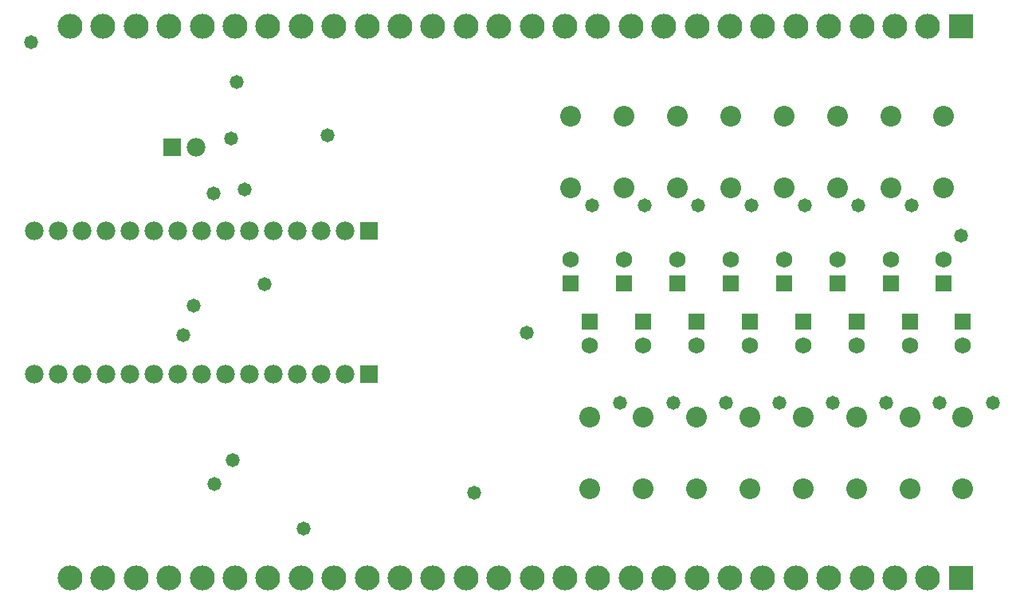
<source format=gbs>
%FSLAX25Y25*%
%MOIN*%
G70*
G01*
G75*
G04 Layer_Color=16711935*
%ADD10R,0.05709X0.06102*%
%ADD11R,0.03740X0.02756*%
%ADD12R,0.03740X0.09055*%
%ADD13R,0.26772X0.28740*%
%ADD14O,0.08858X0.02362*%
%ADD15O,0.02362X0.09055*%
%ADD16O,0.09055X0.02362*%
%ADD17R,0.03543X0.03740*%
%ADD18R,0.02756X0.03740*%
%ADD19R,0.03150X0.03937*%
%ADD20R,0.03740X0.03543*%
%ADD21R,0.03937X0.03150*%
%ADD22C,0.02500*%
%ADD23C,0.01000*%
%ADD24R,0.09600X0.09600*%
%ADD25C,0.09600*%
%ADD26C,0.07000*%
%ADD27R,0.07000X0.07000*%
%ADD28C,0.06000*%
%ADD29R,0.06000X0.06000*%
%ADD30C,0.07874*%
%ADD31C,0.05000*%
%ADD32C,0.04000*%
%ADD33C,0.09100*%
G04:AMPARAMS|DCode=34|XSize=111mil|YSize=111mil|CornerRadius=0mil|HoleSize=0mil|Usage=FLASHONLY|Rotation=0.000|XOffset=0mil|YOffset=0mil|HoleType=Round|Shape=Relief|Width=10mil|Gap=10mil|Entries=4|*
%AMTHD34*
7,0,0,0.11100,0.09100,0.01000,45*
%
%ADD34THD34*%
%ADD35C,0.08000*%
%ADD36C,0.07937*%
%ADD37C,0.06800*%
G04:AMPARAMS|DCode=38|XSize=99.37mil|YSize=99.37mil|CornerRadius=0mil|HoleSize=0mil|Usage=FLASHONLY|Rotation=0.000|XOffset=0mil|YOffset=0mil|HoleType=Round|Shape=Relief|Width=10mil|Gap=10mil|Entries=4|*
%AMTHD38*
7,0,0,0.09937,0.07937,0.01000,45*
%
%ADD38THD38*%
%ADD39C,0.10000*%
%ADD40C,0.00984*%
%ADD41C,0.02362*%
%ADD42C,0.00787*%
%ADD43C,0.00500*%
%ADD44R,0.06509X0.06902*%
%ADD45R,0.04540X0.03556*%
%ADD46R,0.04540X0.09855*%
%ADD47R,0.27572X0.29540*%
%ADD48O,0.09658X0.03162*%
%ADD49O,0.03162X0.09855*%
%ADD50O,0.09855X0.03162*%
%ADD51R,0.04343X0.04540*%
%ADD52R,0.03556X0.04540*%
%ADD53R,0.03950X0.04737*%
%ADD54R,0.04540X0.04343*%
%ADD55R,0.04737X0.03950*%
%ADD56R,0.10400X0.10400*%
%ADD57C,0.10400*%
%ADD58C,0.07800*%
%ADD59R,0.07800X0.07800*%
%ADD60R,0.06800X0.06800*%
%ADD61C,0.08674*%
%ADD62C,0.05800*%
D37*
X-22300Y-10000D02*
D03*
X-8000Y26000D02*
D03*
X-30300D02*
D03*
X-156100Y-10000D02*
D03*
X-133800D02*
D03*
X-111500D02*
D03*
X-89200D02*
D03*
X-66900D02*
D03*
X-44600D02*
D03*
X0D02*
D03*
X-164100Y26000D02*
D03*
X-141800D02*
D03*
X-119500D02*
D03*
X-97200D02*
D03*
X-74900D02*
D03*
X-52600D02*
D03*
D56*
X-900Y-107500D02*
D03*
Y123500D02*
D03*
D57*
X-14700Y-107500D02*
D03*
X-28500D02*
D03*
X-42300D02*
D03*
X-56100D02*
D03*
X-69900D02*
D03*
X-83700D02*
D03*
X-97500D02*
D03*
X-111300D02*
D03*
X-125100D02*
D03*
X-138900D02*
D03*
X-152700D02*
D03*
X-166500D02*
D03*
X-180300D02*
D03*
X-194100D02*
D03*
X-207900D02*
D03*
X-221700D02*
D03*
X-235500D02*
D03*
X-249300D02*
D03*
X-263100D02*
D03*
X-276900D02*
D03*
X-290700D02*
D03*
X-304500D02*
D03*
X-318300D02*
D03*
X-332100D02*
D03*
X-345900D02*
D03*
X-359700D02*
D03*
X-373500D02*
D03*
X-14700Y123500D02*
D03*
X-28500D02*
D03*
X-42300D02*
D03*
X-56100D02*
D03*
X-69900D02*
D03*
X-83700D02*
D03*
X-97500D02*
D03*
X-111300D02*
D03*
X-125100D02*
D03*
X-138900D02*
D03*
X-152700D02*
D03*
X-166500D02*
D03*
X-180300D02*
D03*
X-194100D02*
D03*
X-207900D02*
D03*
X-221700D02*
D03*
X-235500D02*
D03*
X-249300D02*
D03*
X-263100D02*
D03*
X-276900D02*
D03*
X-290700D02*
D03*
X-304500D02*
D03*
X-318300D02*
D03*
X-332100D02*
D03*
X-345900D02*
D03*
X-359700D02*
D03*
X-373500D02*
D03*
D58*
X-320800Y73000D02*
D03*
X-388450Y38050D02*
D03*
X-378450D02*
D03*
X-368450D02*
D03*
X-358450D02*
D03*
X-348450D02*
D03*
X-338450D02*
D03*
X-328450D02*
D03*
X-298450D02*
D03*
X-308450D02*
D03*
X-318450D02*
D03*
X-258450D02*
D03*
X-268450D02*
D03*
X-278450D02*
D03*
X-288450D02*
D03*
X-388450Y-21950D02*
D03*
X-378450D02*
D03*
X-368450D02*
D03*
X-358450D02*
D03*
X-348450D02*
D03*
X-338450D02*
D03*
X-328450D02*
D03*
X-298450D02*
D03*
X-308450D02*
D03*
X-318450D02*
D03*
X-258450D02*
D03*
X-268450D02*
D03*
X-278450D02*
D03*
X-288450D02*
D03*
D59*
X-330800Y73000D02*
D03*
X-248450Y38050D02*
D03*
Y-21950D02*
D03*
D60*
X-22300Y0D02*
D03*
X-8000Y16000D02*
D03*
X-30300D02*
D03*
X-156100Y0D02*
D03*
X-133800D02*
D03*
X-111500D02*
D03*
X-89200D02*
D03*
X-66900D02*
D03*
X-44600D02*
D03*
X0D02*
D03*
X-164100Y16000D02*
D03*
X-141800D02*
D03*
X-119500D02*
D03*
X-97200D02*
D03*
X-74900D02*
D03*
X-52600D02*
D03*
D61*
X-22300Y-40000D02*
D03*
Y-70000D02*
D03*
X-8000Y56000D02*
D03*
Y86000D02*
D03*
X-30300Y56000D02*
D03*
Y86000D02*
D03*
X-156100Y-40000D02*
D03*
Y-70000D02*
D03*
X-133800Y-40000D02*
D03*
Y-70000D02*
D03*
X-111500Y-40000D02*
D03*
Y-70000D02*
D03*
X-89200Y-40000D02*
D03*
Y-70000D02*
D03*
X-66900Y-40000D02*
D03*
Y-70000D02*
D03*
X-44600Y-40000D02*
D03*
Y-70000D02*
D03*
X0Y-40000D02*
D03*
Y-70000D02*
D03*
X-164100Y56000D02*
D03*
Y86000D02*
D03*
X-141800Y56000D02*
D03*
Y86000D02*
D03*
X-119500Y56000D02*
D03*
Y86000D02*
D03*
X-97200Y56000D02*
D03*
Y86000D02*
D03*
X-74900Y56000D02*
D03*
Y86000D02*
D03*
X-52600Y56000D02*
D03*
Y86000D02*
D03*
D62*
X-275900Y-86900D02*
D03*
X-800Y35800D02*
D03*
X-21500Y48700D02*
D03*
X-43800D02*
D03*
X-66100D02*
D03*
X-88400D02*
D03*
X-110700D02*
D03*
X-133000D02*
D03*
X-155300D02*
D03*
X-143600Y-34100D02*
D03*
X-121300D02*
D03*
X-99000D02*
D03*
X-76700D02*
D03*
X-54400D02*
D03*
X-32100D02*
D03*
X-9800D02*
D03*
X12500D02*
D03*
X-265900Y77800D02*
D03*
X-306200Y76500D02*
D03*
X-305600Y-58000D02*
D03*
X-313100Y-68000D02*
D03*
X-204500Y-71800D02*
D03*
X-182500Y-4600D02*
D03*
X-313500Y53700D02*
D03*
X-292000Y15500D02*
D03*
X-300500Y55200D02*
D03*
X-303800Y100300D02*
D03*
X-321700Y6600D02*
D03*
X-326300Y-5700D02*
D03*
X-389700Y117000D02*
D03*
M02*

</source>
